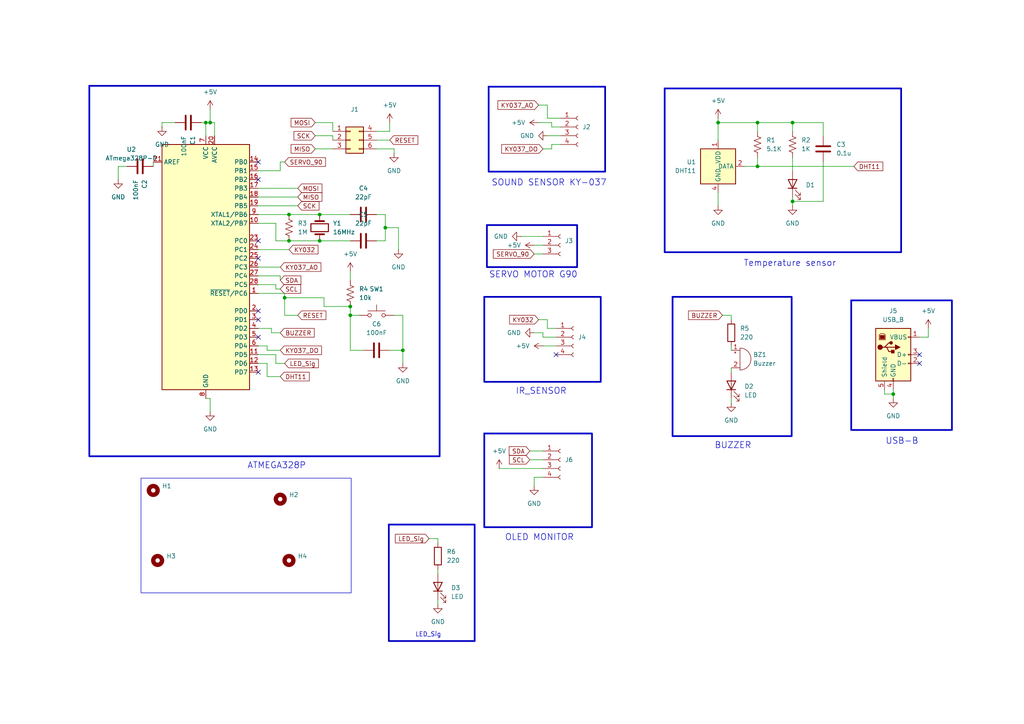
<source format=kicad_sch>
(kicad_sch (version 20231120) (generator "eeschema") (generator_version "8.0")
  (paper "A4")
  (lib_symbols
    (symbol "Connector:Conn_01x03_Socket" (pin_names (offset 1.016) hide)
      (property "Reference" "J" (at 0 5.08 0))
      (property "Value" "Conn_01x03_Socket" (at 0 -5.08 0))
      (symbol "Conn_01x03_Socket_1_1"
        (arc (start 0 -2.032) (mid -0.5058 -2.54) (end 0 -3.048) (stroke (width 0.1524)))
        (polyline (pts (xy -1.27 -2.54) (xy -0.508 -2.54)) (stroke (width 0.1524)))
        (polyline (pts (xy -1.27 0) (xy -0.508 0)) (stroke (width 0.1524)))
        (polyline (pts (xy -1.27 2.54) (xy -0.508 2.54)) (stroke (width 0.1524)))
        (arc (start 0 0.508) (mid -0.5058 0) (end 0 -0.508) (stroke (width 0.1524)))
        (arc (start 0 3.048) (mid -0.5058 2.54) (end 0 2.032) (stroke (width 0.1524)))
        (pin passive line (at -5.08 2.54 0) (length 3.81) (name "Pin_1") (number "1"))
        (pin passive line (at -5.08 0 0) (length 3.81) (name "Pin_2") (number "2"))
        (pin passive line (at -5.08 -2.54 0) (length 3.81) (name "Pin_3") (number "3"))
      )
    )
    (symbol "Connector:Conn_01x04_Socket" (pin_names (offset 1.016) hide)
      (property "Reference" "J" (at 0 5.08 0))
      (property "Value" "Conn_01x04_Socket" (at 0 -7.62 0))
      (symbol "Conn_01x04_Socket_1_1"
        (arc (start 0 -4.572) (mid -0.5058 -5.08) (end 0 -5.588) (stroke (width 0.1524)))
        (arc (start 0 -2.032) (mid -0.5058 -2.54) (end 0 -3.048) (stroke (width 0.1524)))
        (polyline (pts (xy -1.27 -5.08) (xy -0.508 -5.08)) (stroke (width 0.1524)))
        (polyline (pts (xy -1.27 -2.54) (xy -0.508 -2.54)) (stroke (width 0.1524)))
        (polyline (pts (xy -1.27 0) (xy -0.508 0)) (stroke (width 0.1524)))
        (polyline (pts (xy -1.27 2.54) (xy -0.508 2.54)) (stroke (width 0.1524)))
        (arc (start 0 0.508) (mid -0.5058 0) (end 0 -0.508) (stroke (width 0.1524)))
        (arc (start 0 3.048) (mid -0.5058 2.54) (end 0 2.032) (stroke (width 0.1524)))
        (pin passive line (at -5.08 2.54 0) (length 3.81) (name "Pin_1") (number "1"))
        (pin passive line (at -5.08 0 0) (length 3.81) (name "Pin_2") (number "2"))
        (pin passive line (at -5.08 -2.54 0) (length 3.81) (name "Pin_3") (number "3"))
        (pin passive line (at -5.08 -5.08 0) (length 3.81) (name "Pin_4") (number "4"))
      )
    )
    (symbol "Connector:USB_B" (pin_names (offset 1.016))
      (property "Reference" "J" (at -5.08 11.43 0))
      (property "Value" "USB_B" (at -5.08 8.89 0))
      (symbol "USB_B_0_1"
        (rectangle (start -5.08 -7.62) (end 5.08 7.62) (stroke (width 0.254)) (fill (type background)))
        (circle (center -3.81 2.159) (radius 0.635) (stroke (width 0.254)) (fill (type outline)))
        (rectangle (start -3.81 5.588) (end -2.54 4.572) (fill (type outline)))
        (circle (center -0.635 3.429) (radius 0.381) (stroke (width 0.254)) (fill (type outline)))
        (rectangle (start -0.127 -7.62) (end 0.127 -6.858))
        (polyline (pts (xy -1.905 2.159) (xy 0.635 2.159)) (stroke (width 0.254)))
        (polyline (pts (xy -3.175 2.159) (xy -2.54 2.159) (xy -1.27 3.429) (xy -0.635 3.429)) (stroke (width 0.254)))
        (polyline (pts (xy -2.54 2.159) (xy -1.905 2.159) (xy -1.27 0.889) (xy 0 0.889)) (stroke (width 0.254)))
        (polyline (pts (xy 0.635 2.794) (xy 0.635 1.524) (xy 1.905 2.159) (xy 0.635 2.794)) (stroke (width 0.254)) (fill (type outline)))
        (polyline (pts (xy -4.064 4.318) (xy -2.286 4.318) (xy -2.286 5.715) (xy -2.667 6.096) (xy -3.683 6.096) (xy -4.064 5.715) (xy -4.064 4.318)))
        (rectangle (start 0.254 1.27) (end -0.508 0.508) (stroke (width 0.254)) (fill (type outline)))
        (rectangle (start 5.08 -2.667) (end 4.318 -2.413))
        (rectangle (start 5.08 -0.127) (end 4.318 0.127))
        (rectangle (start 5.08 4.953) (end 4.318 5.207))
      )
      (symbol "USB_B_1_1"
        (pin power_out line (at 7.62 5.08 180) (length 2.54) (name "VBUS") (number "1"))
        (pin bidirectional line (at 7.62 -2.54 180) (length 2.54) (name "D-") (number "2"))
        (pin bidirectional line (at 7.62 0 180) (length 2.54) (name "D+") (number "3"))
        (pin power_out line (at 0 -10.16 90) (length 2.54) (name "GND") (number "4"))
        (pin passive line (at -2.54 -10.16 90) (length 2.54) (name "Shield") (number "5"))
      )
    )
    (symbol "Connector_Generic:Conn_02x03_Top_Bottom" (pin_names (offset 1.016) hide)
      (property "Reference" "J" (at 1.27 5.08 0))
      (property "Value" "Conn_02x03_Top_Bottom" (at 1.27 -5.08 0))
      (symbol "Conn_02x03_Top_Bottom_1_1"
        (rectangle (start -1.27 -2.413) (end 0 -2.667) (stroke (width 0.1524)))
        (rectangle (start -1.27 0.127) (end 0 -0.127) (stroke (width 0.1524)))
        (rectangle (start -1.27 2.667) (end 0 2.413) (stroke (width 0.1524)))
        (rectangle (start -1.27 3.81) (end 3.81 -3.81) (stroke (width 0.254)) (fill (type background)))
        (rectangle (start 3.81 -2.413) (end 2.54 -2.667) (stroke (width 0.1524)))
        (rectangle (start 3.81 0.127) (end 2.54 -0.127) (stroke (width 0.1524)))
        (rectangle (start 3.81 2.667) (end 2.54 2.413) (stroke (width 0.1524)))
        (pin passive line (at -5.08 2.54 0) (length 3.81) (name "Pin_1") (number "1"))
        (pin passive line (at -5.08 0 0) (length 3.81) (name "Pin_2") (number "2"))
        (pin passive line (at -5.08 -2.54 0) (length 3.81) (name "Pin_3") (number "3"))
        (pin passive line (at 7.62 2.54 180) (length 3.81) (name "Pin_4") (number "4"))
        (pin passive line (at 7.62 0 180) (length 3.81) (name "Pin_5") (number "5"))
        (pin passive line (at 7.62 -2.54 180) (length 3.81) (name "Pin_6") (number "6"))
      )
    )
    (symbol "Device:Buzzer" (pin_names (offset 0.0254) hide)
      (property "Reference" "BZ" (at 3.81 1.27 0))
      (property "Value" "Buzzer" (at 3.81 -1.27 0))
      (symbol "Buzzer_0_1"
        (arc (start 0 -3.175) (mid 3.1612 0) (end 0 3.175))
        (polyline (pts (xy -1.651 1.905) (xy -1.143 1.905)))
        (polyline (pts (xy -1.397 2.159) (xy -1.397 1.651)))
        (polyline (pts (xy 0 3.175) (xy 0 -3.175)))
      )
      (symbol "Buzzer_1_1"
        (pin passive line (at -2.54 2.54 0) (length 2.54) (name "+") (number "1"))
        (pin passive line (at -2.54 -2.54 0) (length 2.54) (name "-") (number "2"))
      )
    )
    (symbol "Device:C" (pin_numbers hide) (pin_names (offset 0.254))
      (property "Reference" "C" (at 0.635 2.54 0))
      (property "Value" "C" (at 0.635 -2.54 0))
      (symbol "C_0_1"
        (polyline (pts (xy -2.032 -0.762) (xy 2.032 -0.762)) (stroke (width 0.508)))
        (polyline (pts (xy -2.032 0.762) (xy 2.032 0.762)) (stroke (width 0.508)))
      )
      (symbol "C_1_1"
        (pin passive line (at 0 3.81 270) (length 2.794) (name "~") (number "1"))
        (pin passive line (at 0 -3.81 90) (length 2.794) (name "~") (number "2"))
      )
    )
    (symbol "Device:Crystal" (pin_numbers hide) (pin_names (offset 1.016) hide)
      (property "Reference" "Y" (at 0 3.81 0))
      (property "Value" "Crystal" (at 0 -3.81 0))
      (symbol "Crystal_0_1"
        (rectangle (start -1.143 2.54) (end 1.143 -2.54) (stroke (width 0.3048)))
        (polyline (pts (xy -2.54 0) (xy -1.905 0)))
        (polyline (pts (xy -1.905 -1.27) (xy -1.905 1.27)) (stroke (width 0.508)))
        (polyline (pts (xy 1.905 -1.27) (xy 1.905 1.27)) (stroke (width 0.508)))
        (polyline (pts (xy 2.54 0) (xy 1.905 0)))
      )
      (symbol "Crystal_1_1"
        (pin passive line (at -3.81 0 0) (length 1.27) (name "1") (number "1"))
        (pin passive line (at 3.81 0 180) (length 1.27) (name "2") (number "2"))
      )
    )
    (symbol "Device:LED" (pin_numbers hide) (pin_names (offset 1.016) hide)
      (property "Reference" "D" (at 0 2.54 0))
      (property "Value" "LED" (at 0 -2.54 0))
      (symbol "LED_0_1"
        (polyline (pts (xy -1.27 -1.27) (xy -1.27 1.27)) (stroke (width 0.254)))
        (polyline (pts (xy -1.27 0) (xy 1.27 0)))
        (polyline (pts (xy 1.27 -1.27) (xy 1.27 1.27) (xy -1.27 0) (xy 1.27 -1.27)) (stroke (width 0.254)))
        (polyline (pts (xy -3.048 -0.762) (xy -4.572 -2.286) (xy -3.81 -2.286) (xy -4.572 -2.286) (xy -4.572 -1.524)))
        (polyline (pts (xy -1.778 -0.762) (xy -3.302 -2.286) (xy -2.54 -2.286) (xy -3.302 -2.286) (xy -3.302 -1.524)))
      )
      (symbol "LED_1_1"
        (pin passive line (at -3.81 0 0) (length 2.54) (name "K") (number "1"))
        (pin passive line (at 3.81 0 180) (length 2.54) (name "A") (number "2"))
      )
    )
    (symbol "Device:R" (pin_numbers hide) (pin_names (offset 0))
      (property "Reference" "R" (at 2.032 0 90))
      (property "Value" "R" (at 0 0 90))
      (symbol "R_0_1"
        (rectangle (start -1.016 -2.54) (end 1.016 2.54) (stroke (width 0.254)))
      )
      (symbol "R_1_1"
        (pin passive line (at 0 3.81 270) (length 1.27) (name "~") (number "1"))
        (pin passive line (at 0 -3.81 90) (length 1.27) (name "~") (number "2"))
      )
    )
    (symbol "Device:R_US" (pin_numbers hide) (pin_names (offset 0))
      (property "Reference" "R" (at 2.54 0 90))
      (property "Value" "R_US" (at -2.54 0 90))
      (symbol "R_US_0_1"
        (polyline (pts (xy 0 -2.286) (xy 0 -2.54)))
        (polyline (pts (xy 0 2.286) (xy 0 2.54)))
        (polyline (pts (xy 0 -0.762) (xy 1.016 -1.143) (xy 0 -1.524) (xy -1.016 -1.905) (xy 0 -2.286)))
        (polyline (pts (xy 0 0.762) (xy 1.016 0.381) (xy 0 0) (xy -1.016 -0.381) (xy 0 -0.762)))
        (polyline (pts (xy 0 2.286) (xy 1.016 1.905) (xy 0 1.524) (xy -1.016 1.143) (xy 0 0.762)))
      )
      (symbol "R_US_1_1"
        (pin passive line (at 0 3.81 270) (length 1.27) (name "~") (number "1"))
        (pin passive line (at 0 -3.81 90) (length 1.27) (name "~") (number "2"))
      )
    )
    (symbol "MCU_Microchip_ATmega:ATmega328P-P"
      (property "Reference" "U" (at -12.7 36.83 0))
      (property "Value" "ATmega328P-P" (at 2.54 -36.83 0))
      (symbol "ATmega328P-P_0_1"
        (rectangle (start -12.7 -35.56) (end 12.7 35.56) (stroke (width 0.254)) (fill (type background)))
      )
      (symbol "ATmega328P-P_1_1"
        (pin bidirectional line (at 15.24 -7.62 180) (length 2.54) (name "~{RESET}/PC6") (number "1"))
        (pin bidirectional line (at 15.24 12.7 180) (length 2.54) (name "XTAL2/PB7") (number "10"))
        (pin bidirectional line (at 15.24 -25.4 180) (length 2.54) (name "PD5") (number "11"))
        (pin bidirectional line (at 15.24 -27.94 180) (length 2.54) (name "PD6") (number "12"))
        (pin bidirectional line (at 15.24 -30.48 180) (length 2.54) (name "PD7") (number "13"))
        (pin bidirectional line (at 15.24 30.48 180) (length 2.54) (name "PB0") (number "14"))
        (pin bidirectional line (at 15.24 27.94 180) (length 2.54) (name "PB1") (number "15"))
        (pin bidirectional line (at 15.24 25.4 180) (length 2.54) (name "PB2") (number "16"))
        (pin bidirectional line (at 15.24 22.86 180) (length 2.54) (name "PB3") (number "17"))
        (pin bidirectional line (at 15.24 20.32 180) (length 2.54) (name "PB4") (number "18"))
        (pin bidirectional line (at 15.24 17.78 180) (length 2.54) (name "PB5") (number "19"))
        (pin bidirectional line (at 15.24 -12.7 180) (length 2.54) (name "PD0") (number "2"))
        (pin power_in line (at 2.54 38.1 270) (length 2.54) (name "AVCC") (number "20"))
        (pin passive line (at -15.24 30.48 0) (length 2.54) (name "AREF") (number "21"))
        (pin passive line (at 0 -38.1 90) (length 2.54) hide (name "GND") (number "22"))
        (pin bidirectional line (at 15.24 7.62 180) (length 2.54) (name "PC0") (number "23"))
        (pin bidirectional line (at 15.24 5.08 180) (length 2.54) (name "PC1") (number "24"))
        (pin bidirectional line (at 15.24 2.54 180) (length 2.54) (name "PC2") (number "25"))
        (pin bidirectional line (at 15.24 0 180) (length 2.54) (name "PC3") (number "26"))
        (pin bidirectional line (at 15.24 -2.54 180) (length 2.54) (name "PC4") (number "27"))
        (pin bidirectional line (at 15.24 -5.08 180) (length 2.54) (name "PC5") (number "28"))
        (pin bidirectional line (at 15.24 -15.24 180) (length 2.54) (name "PD1") (number "3"))
        (pin bidirectional line (at 15.24 -17.78 180) (length 2.54) (name "PD2") (number "4"))
        (pin bidirectional line (at 15.24 -20.32 180) (length 2.54) (name "PD3") (number "5"))
        (pin bidirectional line (at 15.24 -22.86 180) (length 2.54) (name "PD4") (number "6"))
        (pin power_in line (at 0 38.1 270) (length 2.54) (name "VCC") (number "7"))
        (pin power_in line (at 0 -38.1 90) (length 2.54) (name "GND") (number "8"))
        (pin bidirectional line (at 15.24 15.24 180) (length 2.54) (name "XTAL1/PB6") (number "9"))
      )
    )
    (symbol "Mechanical:MountingHole" (pin_names (offset 1.016))
      (property "Reference" "H" (at 0 5.08 0))
      (property "Value" "MountingHole" (at 0 3.175 0))
      (symbol "MountingHole_0_1"
        (circle (center 0 0) (radius 1.27) (stroke (width 1.27)))
      )
    )
    (symbol "Sensor:DHT11"
      (property "Reference" "U" (at -3.81 6.35 0))
      (property "Value" "DHT11" (at 3.81 6.35 0))
      (symbol "DHT11_0_1"
        (rectangle (start -5.08 5.08) (end 5.08 -5.08) (stroke (width 0.254)) (fill (type background)))
      )
      (symbol "DHT11_1_1"
        (pin power_in line (at 0 7.62 270) (length 2.54) (name "VDD") (number "1"))
        (pin bidirectional line (at 7.62 0 180) (length 2.54) (name "DATA") (number "2"))
        (pin no_connect line (at -5.08 0 0) (length 2.54) hide (name "NC") (number "3"))
        (pin power_in line (at 0 -7.62 90) (length 2.54) (name "GND") (number "4"))
      )
    )
    (symbol "Switch:SW_Push" (pin_numbers hide) (pin_names (offset 1.016) hide)
      (property "Reference" "SW" (at 1.27 2.54 0))
      (property "Value" "SW_Push" (at 0 -1.524 0))
      (symbol "SW_Push_0_1"
        (circle (center -2.032 0) (radius 0.508))
        (polyline (pts (xy 0 1.27) (xy 0 3.048)))
        (polyline (pts (xy 2.54 1.27) (xy -2.54 1.27)))
        (circle (center 2.032 0) (radius 0.508))
        (pin passive line (at -5.08 0 0) (length 2.54) (name "1") (number "1"))
        (pin passive line (at 5.08 0 180) (length 2.54) (name "2") (number "2"))
      )
    )
    (symbol "power:+5V" (power) (pin_numbers hide) (pin_names (offset 0) hide)
      (property "Value" "+5V" (at 0 3.556 0))
      (symbol "+5V_0_1"
        (polyline (pts (xy -0.762 1.27) (xy 0 2.54)))
        (polyline (pts (xy 0 0) (xy 0 2.54)))
        (polyline (pts (xy 0 2.54) (xy 0.762 1.27)))
      )
      (symbol "+5V_1_1"
        (pin power_in line (at 0 0 90) (length 0) (name "~") (number "1"))
      )
    )
    (symbol "power:GND" (power) (pin_numbers hide) (pin_names (offset 0) hide)
      (property "Value" "GND" (at 0 -3.81 0))
      (symbol "GND_0_1"
        (polyline (pts (xy 0 0) (xy 0 -1.27) (xy 1.27 -1.27) (xy 0 -2.54) (xy -1.27 -1.27) (xy 0 -1.27)))
      )
      (symbol "GND_1_1"
        (pin power_in line (at 0 0 270) (length 0) (name "~") (number "1"))
      )
    )
  )
  (junction (at 60.96 35.56))
  (junction (at 229.87 35.56))
  (junction (at 92.71 62.23))
  (junction (at 101.6 91.44))
  (junction (at 101.6 88.9))
  (junction (at 208.28 35.56))
  (junction (at 59.69 35.56))
  (junction (at 82.55 86.36))
  (junction (at 92.71 69.85))
  (junction (at 219.71 48.26))
  (junction (at 111.76 66.04))
  (junction (at 83.82 62.23))
  (junction (at 83.82 69.85))
  (junction (at 259.08 114.3))
  (junction (at 219.71 35.56))
  (junction (at 229.87 58.42))
  (junction (at 116.84 101.6))
  (no_connect (at 74.93 90.17))
  (no_connect (at 74.93 92.71))
  (no_connect (at 74.93 52.07))
  (no_connect (at 74.93 74.93))
  (no_connect (at 74.93 107.95))
  (no_connect (at 74.93 46.99))
  (no_connect (at 266.7 102.87))
  (no_connect (at 74.93 69.85))
  (no_connect (at 74.93 97.79))
  (no_connect (at 266.7 105.41))
  (no_connect (at 161.29 102.87))
  (wire (pts (xy 157.48 138.43) (xy 154.94 138.43)))
  (wire (pts (xy 77.47 100.33) (xy 77.47 101.6)))
  (wire (pts (xy 157.48 96.52) (xy 157.48 97.79)))
  (wire (pts (xy 74.93 95.25) (xy 78.74 95.25)))
  (wire (pts (xy 80.01 82.55) (xy 80.01 83.82)))
  (wire (pts (xy 144.78 135.89) (xy 157.48 135.89)))
  (wire (pts (xy 34.29 52.07) (xy 34.29 48.26)))
  (wire (pts (xy 81.28 49.53) (xy 74.93 49.53)))
  (wire (pts (xy 74.93 57.15) (xy 86.36 57.15)))
  (wire (pts (xy 259.08 113.03) (xy 259.08 114.3)))
  (wire (pts (xy 82.55 105.41) (xy 80.01 105.41)))
  (wire (pts (xy 60.96 31.75) (xy 60.96 35.56)))
  (wire (pts (xy 116.84 101.6) (xy 116.84 105.41)))
  (wire (pts (xy 256.54 114.3) (xy 259.08 114.3)))
  (wire (pts (xy 157.48 100.33) (xy 161.29 100.33)))
  (wire (pts (xy 127 173.99) (xy 127 175.26)))
  (wire (pts (xy 229.87 35.56) (xy 229.87 38.1)))
  (wire (pts (xy 111.76 66.04) (xy 111.76 69.85)))
  (wire (pts (xy 46.99 35.56) (xy 46.99 36.83)))
  (wire (pts (xy 96.52 39.37) (xy 96.52 40.64)))
  (wire (pts (xy 113.03 35.56) (xy 113.03 38.1)))
  (wire (pts (xy 212.09 91.44) (xy 212.09 92.71)))
  (wire (pts (xy 104.14 91.44) (xy 101.6 91.44)))
  (wire (pts (xy 160.02 41.91) (xy 160.02 43.18)))
  (wire (pts (xy 80.01 83.82) (xy 81.28 83.82)))
  (wire (pts (xy 91.44 39.37) (xy 96.52 39.37)))
  (wire (pts (xy 269.24 97.79) (xy 266.7 97.79)))
  (wire (pts (xy 59.69 39.37) (xy 59.69 35.56)))
  (wire (pts (xy 219.71 45.72) (xy 219.71 48.26)))
  (wire (pts (xy 212.09 115.57) (xy 212.09 116.84)))
  (wire (pts (xy 77.47 109.22) (xy 81.28 109.22)))
  (wire (pts (xy 154.94 96.52) (xy 157.48 96.52)))
  (wire (pts (xy 160.02 35.56) (xy 160.02 36.83)))
  (wire (pts (xy 82.55 91.44) (xy 82.55 86.36)))
  (wire (pts (xy 162.56 41.91) (xy 160.02 41.91)))
  (wire (pts (xy 74.93 82.55) (xy 80.01 82.55)))
  (wire (pts (xy 50.8 35.56) (xy 46.99 35.56)))
  (wire (pts (xy 93.98 88.9) (xy 101.6 88.9)))
  (wire (pts (xy 60.96 115.57) (xy 60.96 119.38)))
  (wire (pts (xy 74.93 77.47) (xy 81.28 77.47)))
  (wire (pts (xy 93.98 86.36) (xy 93.98 88.9)))
  (wire (pts (xy 74.93 54.61) (xy 86.36 54.61)))
  (wire (pts (xy 154.94 73.66) (xy 157.48 73.66)))
  (wire (pts (xy 208.28 35.56) (xy 208.28 40.64)))
  (wire (pts (xy 208.28 35.56) (xy 219.71 35.56)))
  (wire (pts (xy 74.93 62.23) (xy 83.82 62.23)))
  (wire (pts (xy 238.76 35.56) (xy 238.76 39.37)))
  (wire (pts (xy 109.22 40.64) (xy 113.03 40.64)))
  (wire (pts (xy 114.3 43.18) (xy 114.3 44.45)))
  (wire (pts (xy 115.57 66.04) (xy 111.76 66.04)))
  (wire (pts (xy 111.76 62.23) (xy 111.76 66.04)))
  (wire (pts (xy 151.13 68.58) (xy 157.48 68.58)))
  (wire (pts (xy 86.36 91.44) (xy 82.55 91.44)))
  (wire (pts (xy 158.75 92.71) (xy 158.75 95.25)))
  (wire (pts (xy 74.93 59.69) (xy 86.36 59.69)))
  (wire (pts (xy 208.28 55.88) (xy 208.28 59.69)))
  (wire (pts (xy 81.28 46.99) (xy 81.28 49.53)))
  (wire (pts (xy 105.41 101.6) (xy 101.6 101.6)))
  (wire (pts (xy 127 165.1) (xy 127 166.37)))
  (wire (pts (xy 158.75 95.25) (xy 161.29 95.25)))
  (wire (pts (xy 157.48 97.79) (xy 161.29 97.79)))
  (wire (pts (xy 238.76 58.42) (xy 229.87 58.42)))
  (wire (pts (xy 229.87 58.42) (xy 229.87 59.69)))
  (wire (pts (xy 101.6 101.6) (xy 101.6 91.44)))
  (wire (pts (xy 81.28 80.01) (xy 81.28 81.28)))
  (wire (pts (xy 156.21 30.48) (xy 158.75 30.48)))
  (wire (pts (xy 158.75 30.48) (xy 158.75 34.29)))
  (wire (pts (xy 269.24 95.25) (xy 269.24 97.79)))
  (wire (pts (xy 78.74 95.25) (xy 78.74 96.52)))
  (wire (pts (xy 101.6 78.74) (xy 101.6 81.28)))
  (wire (pts (xy 113.03 38.1) (xy 109.22 38.1)))
  (wire (pts (xy 153.67 133.35) (xy 157.48 133.35)))
  (wire (pts (xy 158.75 34.29) (xy 162.56 34.29)))
  (wire (pts (xy 92.71 69.85) (xy 101.6 69.85)))
  (wire (pts (xy 229.87 57.15) (xy 229.87 58.42)))
  (wire (pts (xy 78.74 96.52) (xy 81.28 96.52)))
  (wire (pts (xy 115.57 72.39) (xy 115.57 66.04)))
  (wire (pts (xy 259.08 114.3) (xy 259.08 115.57)))
  (wire (pts (xy 77.47 109.22) (xy 77.47 105.41)))
  (wire (pts (xy 59.69 35.56) (xy 58.42 35.56)))
  (wire (pts (xy 116.84 91.44) (xy 114.3 91.44)))
  (wire (pts (xy 116.84 91.44) (xy 116.84 101.6)))
  (wire (pts (xy 209.55 91.44) (xy 212.09 91.44)))
  (wire (pts (xy 219.71 35.56) (xy 219.71 38.1)))
  (wire (pts (xy 238.76 46.99) (xy 238.76 58.42)))
  (wire (pts (xy 60.96 35.56) (xy 62.23 35.56)))
  (wire (pts (xy 77.47 105.41) (xy 74.93 105.41)))
  (wire (pts (xy 80.01 105.41) (xy 80.01 102.87)))
  (wire (pts (xy 92.71 62.23) (xy 101.6 62.23)))
  (wire (pts (xy 74.93 100.33) (xy 77.47 100.33)))
  (wire (pts (xy 160.02 36.83) (xy 162.56 36.83)))
  (wire (pts (xy 80.01 102.87) (xy 74.93 102.87)))
  (wire (pts (xy 154.94 138.43) (xy 154.94 140.97)))
  (wire (pts (xy 111.76 69.85) (xy 109.22 69.85)))
  (wire (pts (xy 109.22 43.18) (xy 114.3 43.18)))
  (wire (pts (xy 215.9 48.26) (xy 219.71 48.26)))
  (wire (pts (xy 101.6 91.44) (xy 101.6 88.9)))
  (wire (pts (xy 74.93 80.01) (xy 81.28 80.01)))
  (wire (pts (xy 62.23 39.37) (xy 62.23 35.56)))
  (wire (pts (xy 91.44 43.18) (xy 96.52 43.18)))
  (wire (pts (xy 212.09 106.68) (xy 212.09 107.95)))
  (wire (pts (xy 160.02 43.18) (xy 157.48 43.18)))
  (wire (pts (xy 59.69 35.56) (xy 60.96 35.56)))
  (wire (pts (xy 219.71 35.56) (xy 229.87 35.56)))
  (wire (pts (xy 44.45 46.99) (xy 44.45 48.26)))
  (wire (pts (xy 208.28 34.29) (xy 208.28 35.56)))
  (wire (pts (xy 74.93 85.09) (xy 82.55 85.09)))
  (wire (pts (xy 82.55 85.09) (xy 82.55 86.36)))
  (wire (pts (xy 59.69 115.57) (xy 60.96 115.57)))
  (wire (pts (xy 91.44 35.56) (xy 96.52 35.56)))
  (wire (pts (xy 83.82 69.85) (xy 92.71 69.85)))
  (wire (pts (xy 153.67 130.81) (xy 157.48 130.81)))
  (wire (pts (xy 156.21 92.71) (xy 158.75 92.71)))
  (wire (pts (xy 212.09 100.33) (xy 212.09 101.6)))
  (wire (pts (xy 81.28 46.99) (xy 82.55 46.99)))
  (wire (pts (xy 158.75 39.37) (xy 162.56 39.37)))
  (wire (pts (xy 219.71 48.26) (xy 247.65 48.26)))
  (wire (pts (xy 256.54 113.03) (xy 256.54 114.3)))
  (wire (pts (xy 156.21 35.56) (xy 160.02 35.56)))
  (wire (pts (xy 96.52 35.56) (xy 96.52 38.1)))
  (wire (pts (xy 83.82 62.23) (xy 92.71 62.23)))
  (wire (pts (xy 229.87 45.72) (xy 229.87 49.53)))
  (wire (pts (xy 109.22 62.23) (xy 111.76 62.23)))
  (wire (pts (xy 83.82 69.85) (xy 80.01 69.85)))
  (wire (pts (xy 154.94 71.12) (xy 157.48 71.12)))
  (wire (pts (xy 229.87 35.56) (xy 238.76 35.56)))
  (wire (pts (xy 80.01 64.77) (xy 74.93 64.77)))
  (wire (pts (xy 77.47 101.6) (xy 81.28 101.6)))
  (wire (pts (xy 124.46 156.21) (xy 127 156.21)))
  (wire (pts (xy 127 156.21) (xy 127 157.48)))
  (wire (pts (xy 34.29 48.26) (xy 36.83 48.26)))
  (wire (pts (xy 74.93 72.39) (xy 83.82 72.39)))
  (wire (pts (xy 113.03 101.6) (xy 116.84 101.6)))
  (wire (pts (xy 80.01 69.85) (xy 80.01 64.77)))
  (wire (pts (xy 82.55 86.36) (xy 93.98 86.36)))
  (rectangle (start 192.786 25.654) (end 261.366 73.152) (stroke (width 0.5)))
  (rectangle (start 40.894 138.684) (end 101.854 171.958))
  (rectangle (start 140.462 125.73) (end 171.704 152.908) (stroke (width 0.5)))
  (rectangle (start 141.732 25.146) (end 175.514 49.784) (stroke (width 0.5)))
  (rectangle (start 137.668 184.658) (end 137.668 184.658))
  (rectangle (start 141.224 65.278) (end 167.386 77.47) (stroke (width 0.5)))
  (rectangle (start 137.668 186.182) (end 137.668 186.182))
  (rectangle (start 112.776 152.146) (end 137.668 185.928) (stroke (width 0.5)))
  (rectangle (start 140.462 86.106) (end 174.244 110.744) (stroke (width 0.5)))
  (rectangle (start 246.888 87.122) (end 276.098 124.714) (stroke (width 0.5)))
  (rectangle (start 25.908 24.892) (end 127.508 132.334) (stroke (width 0.5)))
  (rectangle (start 195.072 86.106) (end 229.616 126.492) (stroke (width 0.5)))
  (text "ATMEGA328P\n" (at 80.264 135.128 0) (effects (font (size 1.8 1.8))))
  (text "OLED MONITOR" (at 156.464 155.956 0) (effects (font (size 1.8 1.8))))
  (text "BUZZER" (at 212.598 129.286 0) (effects (font (size 1.8 1.8))))
  (text "Temperature sensor" (at 229.108 76.454 0) (effects (font (size 1.8 1.8))))
  (text "LED_Sig" (at 124.206 184.15 0) (effects (font (size 1.27 1.27))))
  (text "IR_SENSOR" (at 156.972 113.538 0) (effects (font (size 1.8 1.8))))
  (text "SOUND SENSOR KY-037" (at 159.258 53.086 0) (effects (font (size 1.8 1.8))))
  (text "USB-B" (at 261.62 128.016 0) (effects (font (size 1.8 1.8))))
  (text "SERVO MOTOR G90" (at 154.686 79.756 0) (effects (font (size 1.8 1.8))))
  (global_label "SCK" (shape input) (at 91.44 39.37 180) (property "Intersheetrefs" "${INTERSHEET_REFS}" (effects (hide yes))))
  (global_label "MOSI" (shape input) (at 86.36 54.61 0) (property "Intersheetrefs" "${INTERSHEET_REFS}" (effects (hide yes))))
  (global_label "SERVO_90" (shape input) (at 154.94 73.66 180) (property "Intersheetrefs" "${INTERSHEET_REFS}" (effects (hide yes))))
  (global_label "SCK" (shape input) (at 86.36 59.69 0) (property "Intersheetrefs" "${INTERSHEET_REFS}" (effects (hide yes))))
  (global_label "KY032" (shape input) (at 156.21 92.71 180) (property "Intersheetrefs" "${INTERSHEET_REFS}" (effects (hide yes))))
  (global_label "LED_Sig" (shape input) (at 124.46 156.21 180) (property "Intersheetrefs" "${INTERSHEET_REFS}" (effects (hide yes))))
  (global_label "BUZZER" (shape input) (at 81.28 96.52 0) (property "Intersheetrefs" "${INTERSHEET_REFS}" (effects (hide yes))))
  (global_label "SCL" (shape input) (at 153.67 133.35 180) (property "Intersheetrefs" "${INTERSHEET_REFS}" (effects (hide yes))))
  (global_label "KY032" (shape input) (at 83.82 72.39 0) (property "Intersheetrefs" "${INTERSHEET_REFS}" (effects (hide yes))))
  (global_label "SCL" (shape input) (at 81.28 83.82 0) (property "Intersheetrefs" "${INTERSHEET_REFS}" (effects (hide yes))))
  (global_label "MISO" (shape input) (at 86.36 57.15 0) (property "Intersheetrefs" "${INTERSHEET_REFS}" (effects (hide yes))))
  (global_label "BUZZER" (shape input) (at 209.55 91.44 180) (property "Intersheetrefs" "${INTERSHEET_REFS}" (effects (hide yes))))
  (global_label "RESET" (shape input) (at 113.03 40.64 0) (property "Intersheetrefs" "${INTERSHEET_REFS}" (effects (hide yes))))
  (global_label "KY037_AO" (shape input) (at 81.28 77.47 0) (property "Intersheetrefs" "${INTERSHEET_REFS}" (effects (hide yes))))
  (global_label "MOSI" (shape input) (at 91.44 35.56 180) (property "Intersheetrefs" "${INTERSHEET_REFS}" (effects (hide yes))))
  (global_label "SDA" (shape input) (at 81.28 81.28 0) (property "Intersheetrefs" "${INTERSHEET_REFS}" (effects (hide yes))))
  (global_label "KY037_AO" (shape input) (at 156.21 30.48 180) (property "Intersheetrefs" "${INTERSHEET_REFS}" (effects (hide yes))))
  (global_label "LED_Sig" (shape input) (at 82.55 105.41 0) (property "Intersheetrefs" "${INTERSHEET_REFS}" (effects (hide yes))))
  (global_label "SDA" (shape input) (at 153.67 130.81 180) (property "Intersheetrefs" "${INTERSHEET_REFS}" (effects (hide yes))))
  (global_label "RESET" (shape input) (at 86.36 91.44 0) (property "Intersheetrefs" "${INTERSHEET_REFS}" (effects (hide yes))))
  (global_label "DHT11" (shape input) (at 81.28 109.22 0) (property "Intersheetrefs" "${INTERSHEET_REFS}" (effects (hide yes))))
  (global_label "SERVO_90" (shape input) (at 82.55 46.99 0) (property "Intersheetrefs" "${INTERSHEET_REFS}" (effects (hide yes))))
  (global_label "MISO" (shape input) (at 91.44 43.18 180) (property "Intersheetrefs" "${INTERSHEET_REFS}" (effects (hide yes))))
  (global_label "DHT11" (shape input) (at 247.65 48.26 0) (property "Intersheetrefs" "${INTERSHEET_REFS}" (effects (hide yes))))
  (global_label "KY037_DO" (shape input) (at 81.28 101.6 0) (property "Intersheetrefs" "${INTERSHEET_REFS}" (effects (hide yes))))
  (global_label "KY037_DO" (shape input) (at 157.48 43.18 180) (property "Intersheetrefs" "${INTERSHEET_REFS}" (effects (hide yes))))
  (symbol (lib_id "Mechanical:MountingHole") (at 81.28 144.78 0) (unit 1)
    (property "Reference" "H2" (at 83.82 143.5099 0) (effects (justify left)))
    (property "Value" "MountingHole" (effects (hide yes)))
    (property "Footprint" "MountingHole:MountingHole_3.2mm_M3_DIN965" (effects (hide yes)))
    (property "Description" "Mounting Hole without connection" (effects (hide yes)))
  )
  (symbol (lib_id "power:GND") (at 116.84 105.41 0) (unit 1)
    (property "Reference" "#PWR018" (effects (hide yes)))
    (property "Value" "GND" (at 116.84 110.49 0))
    (property "Description" "Power symbol creates a global label with name \"GND\" , ground" (effects (hide yes)))
  )
  (symbol (lib_id "Connector:Conn_01x03_Socket") (at 162.56 71.12 0) (unit 1)
    (property "Reference" "J3" (at 163.83 69.8499 0) (effects (justify left)))
    (property "Value" "Conn_01x03_Socket" (effects (hide yes)))
    (property "Footprint" "Connector_PinSocket_2.54mm:PinSocket_1x03_P2.54mm_Vertical" (effects (hide yes)))
    (property "Description" "Generic connector, single row, 01x03, script generated" (effects (hide yes)))
  )
  (symbol (lib_id "power:GND") (at 46.99 36.83 0) (unit 1)
    (property "Reference" "#PWR03" (effects (hide yes)))
    (property "Value" "GND" (at 46.99 41.91 0))
    (property "Description" "Power symbol creates a global label with name \"GND\" , ground" (effects (hide yes)))
  )
  (symbol (lib_id "Device:C") (at 54.61 35.56 90) (unit 1)
    (property "Reference" "C1" (at 55.8801 39.37 0) (effects (justify right)))
    (property "Value" "100nF" (at 53.3401 39.37 0) (effects (justify right)))
    (property "Footprint" "Capacitor_THT:CP_Radial_D4.0mm_P1.50mm" (effects (hide yes)))
    (property "Description" "Unpolarized capacitor" (effects (hide yes)))
  )
  (symbol (lib_id "power:+5V") (at 144.78 135.89 0) (unit 1)
    (property "Reference" "#PWR022" (effects (hide yes)))
    (property "Value" "+5V" (at 144.78 130.81 0))
    (property "Description" "Power symbol creates a global label with name \"+5V\"" (effects (hide yes)))
  )
  (symbol (lib_id "Device:R") (at 212.09 96.52 0) (unit 1)
    (property "Reference" "R5" (at 214.63 95.2499 0) (effects (justify left)))
    (property "Value" "220" (at 214.63 97.7899 0) (effects (justify left)))
    (property "Footprint" "Resistor_THT:R_Axial_DIN0309_L9.0mm_D3.2mm_P12.70mm_Horizontal" (effects (hide yes)))
    (property "Description" "Resistor" (effects (hide yes)))
  )
  (symbol (lib_id "power:+5V") (at 154.94 71.12 90) (unit 1)
    (property "Reference" "#PWR014" (effects (hide yes)))
    (property "Value" "+5V" (at 151.13 71.1199 90) (effects (justify left)))
    (property "Description" "Power symbol creates a global label with name \"+5V\"" (effects (hide yes)))
  )
  (symbol (lib_id "Device:C") (at 238.76 43.18 0) (unit 1)
    (property "Reference" "C3" (at 242.57 41.9099 0) (effects (justify left)))
    (property "Value" "0.1u" (at 242.57 44.4499 0) (effects (justify left)))
    (property "Footprint" "Capacitor_THT:CP_Radial_D4.0mm_P1.50mm" (effects (hide yes)))
    (property "Description" "Unpolarized capacitor" (effects (hide yes)))
  )
  (symbol (lib_id "power:GND") (at 115.57 72.39 0) (unit 1)
    (property "Reference" "#PWR011" (effects (hide yes)))
    (property "Value" "GND" (at 115.57 77.47 0))
    (property "Description" "Power symbol creates a global label with name \"GND\" , ground" (effects (hide yes)))
  )
  (symbol (lib_id "Device:LED") (at 212.09 111.76 90) (unit 1)
    (property "Reference" "D2" (at 215.9 112.0774 90) (effects (justify right)))
    (property "Value" "LED" (at 215.9 114.6174 90) (effects (justify right)))
    (property "Footprint" "LED_THT:LED_D4.0mm" (effects (hide yes)))
    (property "Description" "Light emitting diode" (effects (hide yes)))
  )
  (symbol (lib_id "Device:LED") (at 229.87 53.34 90) (unit 1)
    (property "Reference" "D1" (at 233.68 53.6574 90) (effects (justify right)))
    (property "Value" "LED" (effects (hide yes)))
    (property "Footprint" "LED_THT:LED_D4.0mm" (effects (hide yes)))
    (property "Description" "Light emitting diode" (effects (hide yes)))
  )
  (symbol (lib_id "power:GND") (at 158.75 39.37 270) (unit 1)
    (property "Reference" "#PWR07" (effects (hide yes)))
    (property "Value" "GND" (at 154.94 39.3699 90) (effects (justify right)))
    (property "Description" "Power symbol creates a global label with name \"GND\" , ground" (effects (hide yes)))
  )
  (symbol (lib_id "Device:C") (at 40.64 48.26 90) (unit 1)
    (property "Reference" "C2" (at 41.9101 52.07 0) (effects (justify right)))
    (property "Value" "100nF" (at 39.3701 52.07 0) (effects (justify right)))
    (property "Footprint" "Capacitor_THT:CP_Radial_D4.0mm_P1.50mm" (effects (hide yes)))
    (property "Description" "Unpolarized capacitor" (effects (hide yes)))
  )
  (symbol (lib_id "Connector:USB_B") (at 259.08 102.87 0) (unit 1)
    (property "Reference" "J5" (at 259.08 90.17 0))
    (property "Value" "USB_B" (at 259.08 92.71 0))
    (property "Footprint" "Connector_USB:USB_B_Lumberg_2411_02_Horizontal" (effects (hide yes)))
    (property "Datasheet" " ~" (effects (hide yes)))
    (property "Description" "USB Type B connector" (effects (hide yes)))
  )
  (symbol (lib_id "power:+5V") (at 156.21 35.56 90) (unit 1)
    (property "Reference" "#PWR05" (effects (hide yes)))
    (property "Value" "+5V" (at 152.4 35.5599 90) (effects (justify left)))
    (property "Description" "Power symbol creates a global label with name \"+5V\"" (effects (hide yes)))
  )
  (symbol (lib_id "Mechanical:MountingHole") (at 45.72 162.56 0) (unit 1)
    (property "Reference" "H3" (at 48.26 161.2899 0) (effects (justify left)))
    (property "Value" "MountingHole" (effects (hide yes)))
    (property "Footprint" "MountingHole:MountingHole_3.2mm_M3_DIN965" (effects (hide yes)))
    (property "Description" "Mounting Hole without connection" (effects (hide yes)))
  )
  (symbol (lib_id "power:GND") (at 154.94 140.97 0) (unit 1)
    (property "Reference" "#PWR023" (effects (hide yes)))
    (property "Value" "GND" (at 154.94 146.05 0))
    (property "Description" "Power symbol creates a global label with name \"GND\" , ground" (effects (hide yes)))
  )
  (symbol (lib_id "Connector:Conn_01x04_Socket") (at 166.37 97.79 0) (unit 1)
    (property "Reference" "J4" (at 167.64 97.7899 0) (effects (justify left)))
    (property "Value" "Conn_01x04_Socket" (effects (hide yes)))
    (property "Footprint" "Connector_PinSocket_2.54mm:PinSocket_1x04_P2.54mm_Vertical" (effects (hide yes)))
    (property "Description" "Generic connector, single row, 01x04, script generated" (effects (hide yes)))
  )
  (symbol (lib_id "Device:R_US") (at 83.82 66.04 0) (unit 1)
    (property "Reference" "R3" (at 86.36 64.7699 0) (effects (justify left)))
    (property "Value" "1M" (at 86.36 67.3099 0) (effects (justify left)))
    (property "Footprint" "Resistor_THT:R_Axial_DIN0309_L9.0mm_D3.2mm_P12.70mm_Horizontal" (effects (hide yes)))
    (property "Description" "Resistor, US symbol" (effects (hide yes)))
  )
  (symbol (lib_id "power:+5V") (at 208.28 34.29 0) (unit 1)
    (property "Reference" "#PWR04" (effects (hide yes)))
    (property "Value" "+5V" (at 208.28 29.21 0))
    (property "Description" "Power symbol creates a global label with name \"+5V\"" (effects (hide yes)))
  )
  (symbol (lib_id "Device:C") (at 109.22 101.6 90) (unit 1)
    (property "Reference" "C6" (at 109.22 93.98 90))
    (property "Value" "100nF" (at 109.22 96.52 90))
    (property "Footprint" "Capacitor_THT:CP_Radial_D4.0mm_P1.50mm" (effects (hide yes)))
    (property "Description" "Unpolarized capacitor" (effects (hide yes)))
  )
  (symbol (lib_id "power:GND") (at 208.28 59.69 0) (unit 1)
    (property "Reference" "#PWR09" (effects (hide yes)))
    (property "Value" "GND" (at 208.28 64.77 0))
    (property "Description" "Power symbol creates a global label with name \"GND\" , ground" (effects (hide yes)))
  )
  (symbol (lib_id "Connector:Conn_01x04_Socket") (at 167.64 36.83 0) (unit 1)
    (property "Reference" "J2" (at 168.91 36.8299 0) (effects (justify left)))
    (property "Value" "Conn_01x04_Socket" (effects (hide yes)))
    (property "Footprint" "Connector_PinSocket_2.54mm:PinSocket_1x04_P2.54mm_Vertical" (effects (hide yes)))
    (property "Description" "Generic connector, single row, 01x04, script generated" (effects (hide yes)))
  )
  (symbol (lib_id "Connector:Conn_01x04_Socket") (at 162.56 133.35 0) (unit 1)
    (property "Reference" "J6" (at 163.83 133.3499 0) (effects (justify left)))
    (property "Value" "Conn_01x04_Socket" (effects (hide yes)))
    (property "Footprint" "Connector_PinSocket_2.54mm:PinSocket_1x04_P2.54mm_Vertical" (effects (hide yes)))
    (property "Description" "Generic connector, single row, 01x04, script generated" (effects (hide yes)))
  )
  (symbol (lib_id "power:+5V") (at 60.96 31.75 0) (unit 1)
    (property "Reference" "#PWR01" (effects (hide yes)))
    (property "Value" "+5V" (at 60.96 26.67 0))
    (property "Description" "Power symbol creates a global label with name \"+5V\"" (effects (hide yes)))
  )
  (symbol (lib_id "power:GND") (at 212.09 116.84 0) (unit 1)
    (property "Reference" "#PWR021" (effects (hide yes)))
    (property "Value" "GND" (at 212.09 121.92 0))
    (property "Description" "Power symbol creates a global label with name \"GND\" , ground" (effects (hide yes)))
  )
  (symbol (lib_id "power:GND") (at 114.3 44.45 0) (unit 1)
    (property "Reference" "#PWR06" (effects (hide yes)))
    (property "Value" "GND" (at 114.3 49.53 0))
    (property "Description" "Power symbol creates a global label with name \"GND\" , ground" (effects (hide yes)))
  )
  (symbol (lib_id "Device:R_US") (at 229.87 41.91 0) (unit 1)
    (property "Reference" "R2" (at 232.41 40.6399 0) (effects (justify left)))
    (property "Value" "1K" (at 232.41 43.1799 0) (effects (justify left)))
    (property "Footprint" "Resistor_THT:R_Axial_DIN0309_L9.0mm_D3.2mm_P12.70mm_Horizontal" (effects (hide yes)))
    (property "Description" "Resistor, US symbol" (effects (hide yes)))
  )
  (symbol (lib_id "power:GND") (at 34.29 52.07 0) (unit 1)
    (property "Reference" "#PWR08" (effects (hide yes)))
    (property "Value" "GND" (at 34.29 57.15 0))
    (property "Description" "Power symbol creates a global label with name \"GND\" , ground" (effects (hide yes)))
  )
  (symbol (lib_id "Connector_Generic:Conn_02x03_Top_Bottom") (at 101.6 40.64 0) (unit 1)
    (property "Reference" "J1" (at 102.87 31.75 0))
    (property "Value" "Conn_02x03_Top_Bottom" (effects (hide yes)))
    (property "Footprint" "Connector_PinSocket_2.54mm:PinSocket_2x03_P2.54mm_Vertical" (effects (hide yes)))
    (property "Description" "Generic connector, double row, 02x03, top/bottom pin numbering scheme (row 1: 1...pins_per_row, row2: pins_per_row+1 ... num_pins), script generated (kicad-library-utils/schlib/autogen/connector/)" (effects (hide yes)))
  )
  (symbol (lib_id "power:+5V") (at 113.03 35.56 0) (unit 1)
    (property "Reference" "#PWR02" (effects (hide yes)))
    (property "Value" "+5V" (at 113.03 30.48 0))
    (property "Description" "Power symbol creates a global label with name \"+5V\"" (effects (hide yes)))
  )
  (symbol (lib_id "Sensor:DHT11") (at 208.28 48.26 0) (unit 1)
    (property "Reference" "U1" (at 201.93 46.9899 0) (effects (justify right)))
    (property "Value" "DHT11" (at 201.93 49.5299 0) (effects (justify right)))
    (property "Footprint" "Sensor:Aosong_DHT11_5.5x12.0_P2.54mm" (effects (hide yes)))
    (property "Datasheet" "http://akizukidenshi.com/download/ds/aosong/DHT11.pdf" (effects (hide yes)))
    (property "Description" "3.3V to 5.5V, temperature and humidity module, DHT11" (effects (hide yes)))
  )
  (symbol (lib_id "power:GND") (at 229.87 59.69 0) (unit 1)
    (property "Reference" "#PWR010" (effects (hide yes)))
    (property "Value" "GND" (at 229.87 64.77 0))
    (property "Description" "Power symbol creates a global label with name \"GND\" , ground" (effects (hide yes)))
  )
  (symbol (lib_id "power:GND") (at 60.96 119.38 0) (unit 1)
    (property "Reference" "#PWR019" (effects (hide yes)))
    (property "Value" "GND" (at 60.96 124.46 0))
    (property "Description" "Power symbol creates a global label with name \"GND\" , ground" (effects (hide yes)))
  )
  (symbol (lib_id "power:+5V") (at 101.6 78.74 0) (unit 1)
    (property "Reference" "#PWR013" (effects (hide yes)))
    (property "Value" "+5V" (at 101.6 73.66 0))
    (property "Description" "Power symbol creates a global label with name \"+5V\"" (effects (hide yes)))
  )
  (symbol (lib_id "Device:R_US") (at 101.6 85.09 180) (unit 1)
    (property "Reference" "R4" (at 104.14 83.8199 0) (effects (justify right)))
    (property "Value" "10k" (at 104.14 86.3599 0) (effects (justify right)))
    (property "Footprint" "Resistor_THT:R_Axial_DIN0309_L9.0mm_D3.2mm_P12.70mm_Horizontal" (effects (hide yes)))
    (property "Description" "Resistor, US symbol" (effects (hide yes)))
  )
  (symbol (lib_id "Device:R") (at 127 161.29 0) (unit 1)
    (property "Reference" "R6" (at 129.54 160.0199 0) (effects (justify left)))
    (property "Value" "220" (at 129.54 162.5599 0) (effects (justify left)))
    (property "Footprint" "Resistor_THT:R_Axial_DIN0309_L9.0mm_D3.2mm_P12.70mm_Horizontal" (effects (hide yes)))
    (property "Description" "Resistor" (effects (hide yes)))
  )
  (symbol (lib_id "Device:C") (at 105.41 69.85 90) (unit 1)
    (property "Reference" "C5" (at 105.41 62.23 90))
    (property "Value" "22pF" (at 105.41 64.77 90))
    (property "Footprint" "Capacitor_THT:CP_Radial_D4.0mm_P1.50mm" (effects (hide yes)))
    (property "Description" "Unpolarized capacitor" (effects (hide yes)))
  )
  (symbol (lib_id "Switch:SW_Push") (at 109.22 91.44 0) (unit 1)
    (property "Reference" "SW1" (at 109.22 83.82 0))
    (property "Value" "SW_Push" (effects (hide yes)))
    (property "Footprint" "Button_Switch_THT:SW_PUSH-12mm" (effects (hide yes)))
    (property "Description" "Push button switch, generic, two pins" (effects (hide yes)))
  )
  (symbol (lib_id "power:GND") (at 259.08 115.57 0) (unit 1)
    (property "Reference" "#PWR020" (effects (hide yes)))
    (property "Value" "GND" (at 259.08 120.65 0))
    (property "Description" "Power symbol creates a global label with name \"GND\" , ground" (effects (hide yes)))
  )
  (symbol (lib_id "Mechanical:MountingHole") (at 83.82 162.56 0) (unit 1)
    (property "Reference" "H4" (at 86.36 161.2899 0) (effects (justify left)))
    (property "Value" "MountingHole" (effects (hide yes)))
    (property "Footprint" "MountingHole:MountingHole_3.2mm_M3_DIN965" (effects (hide yes)))
    (property "Description" "Mounting Hole without connection" (effects (hide yes)))
  )
  (symbol (lib_id "power:GND") (at 151.13 68.58 270) (unit 1)
    (property "Reference" "#PWR012" (effects (hide yes)))
    (property "Value" "GND" (at 147.32 68.5799 90) (effects (justify right)))
    (property "Description" "Power symbol creates a global label with name \"GND\" , ground" (effects (hide yes)))
  )
  (symbol (lib_id "MCU_Microchip_ATmega:ATmega328P-P") (at 59.69 77.47 0) (unit 1)
    (property "Reference" "U2" (at 38.1 43.342 0))
    (property "Value" "ATmega328P-P" (at 38.1 45.882 0))
    (property "Footprint" "Package_DIP:DIP-28_W7.62mm_Socket" (effects (hide yes)))
    (property "Datasheet" "http://ww1.microchip.com/downloads/en/DeviceDoc/ATmega328_P%20AVR%20MCU%20with%20picoPower%20Technology%20Data%20Sheet%2040001984A.pdf" (effects (hide yes)))
    (property "Description" "20MHz, 32kB Flash, 2kB SRAM, 1kB EEPROM, DIP-28" (effects (hide yes)))
  )
  (symbol (lib_id "Device:C") (at 105.41 62.23 90) (unit 1)
    (property "Reference" "C4" (at 105.41 54.61 90))
    (property "Value" "22pF" (at 105.41 57.15 90))
    (property "Footprint" "Capacitor_THT:CP_Radial_D4.0mm_P1.50mm" (effects (hide yes)))
    (property "Description" "Unpolarized capacitor" (effects (hide yes)))
  )
  (symbol (lib_id "Device:LED") (at 127 170.18 90) (unit 1)
    (property "Reference" "D3" (at 130.81 170.4974 90) (effects (justify right)))
    (property "Value" "LED" (at 130.81 173.0374 90) (effects (justify right)))
    (property "Footprint" "LED_THT:LED_D4.0mm" (effects (hide yes)))
    (property "Description" "Light emitting diode" (effects (hide yes)))
  )
  (symbol (lib_id "Device:R_US") (at 219.71 41.91 0) (unit 1)
    (property "Reference" "R1" (at 222.25 40.6399 0) (effects (justify left)))
    (property "Value" "5.1K" (at 222.25 43.1799 0) (effects (justify left)))
    (property "Footprint" "Resistor_THT:R_Axial_DIN0309_L9.0mm_D3.2mm_P12.70mm_Horizontal" (effects (hide yes)))
    (property "Description" "Resistor, US symbol" (effects (hide yes)))
  )
  (symbol (lib_id "Device:Crystal") (at 92.71 66.04 90) (unit 1)
    (property "Reference" "Y1" (at 96.52 64.7699 90) (effects (justify right)))
    (property "Value" "16MHz" (at 96.52 67.3099 90) (effects (justify right)))
    (property "Footprint" "Crystal:Crystal_HC49-U_Vertical" (effects (hide yes)))
    (property "Description" "Two pin crystal" (effects (hide yes)))
  )
  (symbol (lib_id "power:GND") (at 127 175.26 0) (unit 1)
    (property "Reference" "#PWR024" (effects (hide yes)))
    (property "Value" "GND" (at 127 180.34 0))
    (property "Description" "Power symbol creates a global label with name \"GND\" , ground" (effects (hide yes)))
  )
  (symbol (lib_id "Device:Buzzer") (at 214.63 104.14 0) (unit 1)
    (property "Reference" "BZ1" (at 218.44 102.8699 0) (effects (justify left)))
    (property "Value" "Buzzer" (at 218.44 105.4099 0) (effects (justify left)))
    (property "Footprint" "Buzzer_Beeper:Buzzer_12x9.5RM7.6" (effects (hide yes)))
    (property "Description" "Buzzer, polarized" (effects (hide yes)))
  )
  (symbol (lib_id "Mechanical:MountingHole") (at 44.45 142.24 0) (unit 1)
    (property "Reference" "H1" (at 46.99 140.9699 0) (effects (justify left)))
    (property "Value" "MountingHole" (effects (hide yes)))
    (property "Footprint" "MountingHole:MountingHole_3.2mm_M3_DIN965" (effects (hide yes)))
    (property "Description" "Mounting Hole without connection" (effects (hide yes)))
  )
  (symbol (lib_id "power:+5V") (at 269.24 95.25 0) (unit 1)
    (property "Reference" "#PWR016" (effects (hide yes)))
    (property "Value" "+5V" (at 269.24 90.17 0))
    (property "Description" "Power symbol creates a global label with name \"+5V\"" (effects (hide yes)))
  )
  (symbol (lib_id "power:GND") (at 154.94 96.52 270) (unit 1)
    (property "Reference" "#PWR015" (effects (hide yes)))
    (property "Value" "GND" (at 151.13 96.5199 90) (effects (justify right)))
    (property "Description" "Power symbol creates a global label with name \"GND\" , ground" (effects (hide yes)))
  )
  (symbol (lib_id "power:+5V") (at 157.48 100.33 90) (unit 1)
    (property "Reference" "#PWR017" (effects (hide yes)))
    (property "Value" "+5V" (at 153.67 100.3299 90) (effects (justify left)))
    (property "Description" "Power symbol creates a global label with name \"+5V\"" (effects (hide yes)))
  )
)
</source>
